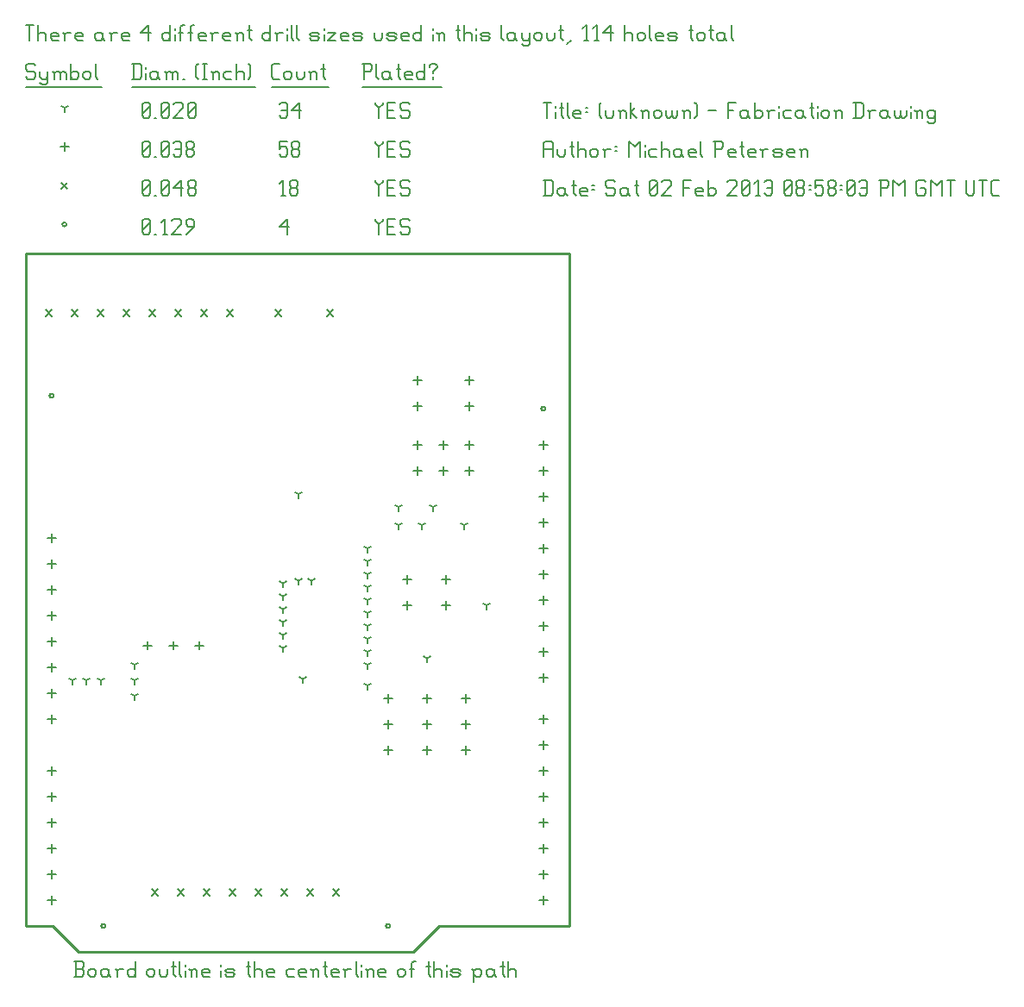
<source format=gbr>
G04 start of page 10 for group -3984 idx -3984 *
G04 Title: (unknown), fab *
G04 Creator: pcb 20110918 *
G04 CreationDate: Sat 02 Feb 2013 08:58:03 PM GMT UTC *
G04 For: petersen *
G04 Format: Gerber/RS-274X *
G04 PCB-Dimensions: 210000 270000 *
G04 PCB-Coordinate-Origin: lower left *
%MOIN*%
%FSLAX25Y25*%
%LNFAB*%
%ADD76C,0.0100*%
%ADD75C,0.0060*%
%ADD74R,0.0080X0.0080*%
G54D74*X139200Y10000D02*G75*G03X140800Y10000I800J0D01*G01*
G75*G03X139200Y10000I-800J0D01*G01*
X199200Y210000D02*G75*G03X200800Y210000I800J0D01*G01*
G75*G03X199200Y210000I-800J0D01*G01*
X9200Y215000D02*G75*G03X10800Y215000I800J0D01*G01*
G75*G03X9200Y215000I-800J0D01*G01*
X29200Y10000D02*G75*G03X30800Y10000I800J0D01*G01*
G75*G03X29200Y10000I-800J0D01*G01*
X14200Y281250D02*G75*G03X15800Y281250I800J0D01*G01*
G75*G03X14200Y281250I-800J0D01*G01*
G54D75*X135000Y283500D02*Y282750D01*
X136500Y281250D01*
X138000Y282750D01*
Y283500D02*Y282750D01*
X136500Y281250D02*Y277500D01*
X139800Y280500D02*X142050D01*
X139800Y277500D02*X142800D01*
X139800Y283500D02*Y277500D01*
Y283500D02*X142800D01*
X147600D02*X148350Y282750D01*
X145350Y283500D02*X147600D01*
X144600Y282750D02*X145350Y283500D01*
X144600Y282750D02*Y281250D01*
X145350Y280500D01*
X147600D01*
X148350Y279750D01*
Y278250D01*
X147600Y277500D02*X148350Y278250D01*
X145350Y277500D02*X147600D01*
X144600Y278250D02*X145350Y277500D01*
X98000Y280500D02*X101000Y283500D01*
X98000Y280500D02*X101750D01*
X101000Y283500D02*Y277500D01*
X45000Y278250D02*X45750Y277500D01*
X45000Y282750D02*Y278250D01*
Y282750D02*X45750Y283500D01*
X47250D01*
X48000Y282750D01*
Y278250D01*
X47250Y277500D02*X48000Y278250D01*
X45750Y277500D02*X47250D01*
X45000Y279000D02*X48000Y282000D01*
X49800Y277500D02*X50550D01*
X53100D02*X54600D01*
X53850Y283500D02*Y277500D01*
X52350Y282000D02*X53850Y283500D01*
X56400Y282750D02*X57150Y283500D01*
X59400D01*
X60150Y282750D01*
Y281250D01*
X56400Y277500D02*X60150Y281250D01*
X56400Y277500D02*X60150D01*
X61950D02*X64950Y280500D01*
Y282750D02*Y280500D01*
X64200Y283500D02*X64950Y282750D01*
X62700Y283500D02*X64200D01*
X61950Y282750D02*X62700Y283500D01*
X61950Y282750D02*Y281250D01*
X62700Y280500D01*
X64950D01*
X48800Y24200D02*X51200Y21800D01*
X48800D02*X51200Y24200D01*
X58800D02*X61200Y21800D01*
X58800D02*X61200Y24200D01*
X68800D02*X71200Y21800D01*
X68800D02*X71200Y24200D01*
X78800D02*X81200Y21800D01*
X78800D02*X81200Y24200D01*
X88800D02*X91200Y21800D01*
X88800D02*X91200Y24200D01*
X98800D02*X101200Y21800D01*
X98800D02*X101200Y24200D01*
X108800D02*X111200Y21800D01*
X108800D02*X111200Y24200D01*
X118800D02*X121200Y21800D01*
X118800D02*X121200Y24200D01*
X77800Y248200D02*X80200Y245800D01*
X77800D02*X80200Y248200D01*
X67800D02*X70200Y245800D01*
X67800D02*X70200Y248200D01*
X57800D02*X60200Y245800D01*
X57800D02*X60200Y248200D01*
X47800D02*X50200Y245800D01*
X47800D02*X50200Y248200D01*
X37800D02*X40200Y245800D01*
X37800D02*X40200Y248200D01*
X27800D02*X30200Y245800D01*
X27800D02*X30200Y248200D01*
X17800D02*X20200Y245800D01*
X17800D02*X20200Y248200D01*
X7800D02*X10200Y245800D01*
X7800D02*X10200Y248200D01*
X116300D02*X118700Y245800D01*
X116300D02*X118700Y248200D01*
X96300D02*X98700Y245800D01*
X96300D02*X98700Y248200D01*
X13800Y297450D02*X16200Y295050D01*
X13800D02*X16200Y297450D01*
X135000Y298500D02*Y297750D01*
X136500Y296250D01*
X138000Y297750D01*
Y298500D02*Y297750D01*
X136500Y296250D02*Y292500D01*
X139800Y295500D02*X142050D01*
X139800Y292500D02*X142800D01*
X139800Y298500D02*Y292500D01*
Y298500D02*X142800D01*
X147600D02*X148350Y297750D01*
X145350Y298500D02*X147600D01*
X144600Y297750D02*X145350Y298500D01*
X144600Y297750D02*Y296250D01*
X145350Y295500D01*
X147600D01*
X148350Y294750D01*
Y293250D01*
X147600Y292500D02*X148350Y293250D01*
X145350Y292500D02*X147600D01*
X144600Y293250D02*X145350Y292500D01*
X98750D02*X100250D01*
X99500Y298500D02*Y292500D01*
X98000Y297000D02*X99500Y298500D01*
X102050Y293250D02*X102800Y292500D01*
X102050Y294750D02*Y293250D01*
Y294750D02*X102800Y295500D01*
X104300D01*
X105050Y294750D01*
Y293250D01*
X104300Y292500D02*X105050Y293250D01*
X102800Y292500D02*X104300D01*
X102050Y296250D02*X102800Y295500D01*
X102050Y297750D02*Y296250D01*
Y297750D02*X102800Y298500D01*
X104300D01*
X105050Y297750D01*
Y296250D01*
X104300Y295500D02*X105050Y296250D01*
X45000Y293250D02*X45750Y292500D01*
X45000Y297750D02*Y293250D01*
Y297750D02*X45750Y298500D01*
X47250D01*
X48000Y297750D01*
Y293250D01*
X47250Y292500D02*X48000Y293250D01*
X45750Y292500D02*X47250D01*
X45000Y294000D02*X48000Y297000D01*
X49800Y292500D02*X50550D01*
X52350Y293250D02*X53100Y292500D01*
X52350Y297750D02*Y293250D01*
Y297750D02*X53100Y298500D01*
X54600D01*
X55350Y297750D01*
Y293250D01*
X54600Y292500D02*X55350Y293250D01*
X53100Y292500D02*X54600D01*
X52350Y294000D02*X55350Y297000D01*
X57150Y295500D02*X60150Y298500D01*
X57150Y295500D02*X60900D01*
X60150Y298500D02*Y292500D01*
X62700Y293250D02*X63450Y292500D01*
X62700Y294750D02*Y293250D01*
Y294750D02*X63450Y295500D01*
X64950D01*
X65700Y294750D01*
Y293250D01*
X64950Y292500D02*X65700Y293250D01*
X63450Y292500D02*X64950D01*
X62700Y296250D02*X63450Y295500D01*
X62700Y297750D02*Y296250D01*
Y297750D02*X63450Y298500D01*
X64950D01*
X65700Y297750D01*
Y296250D01*
X64950Y295500D02*X65700Y296250D01*
X10000Y161600D02*Y158400D01*
X8400Y160000D02*X11600D01*
X10000Y151600D02*Y148400D01*
X8400Y150000D02*X11600D01*
X10000Y141600D02*Y138400D01*
X8400Y140000D02*X11600D01*
X10000Y131600D02*Y128400D01*
X8400Y130000D02*X11600D01*
X10000Y121600D02*Y118400D01*
X8400Y120000D02*X11600D01*
X10000Y111600D02*Y108400D01*
X8400Y110000D02*X11600D01*
X10000Y101600D02*Y98400D01*
X8400Y100000D02*X11600D01*
X10000Y91600D02*Y88400D01*
X8400Y90000D02*X11600D01*
X10000Y71600D02*Y68400D01*
X8400Y70000D02*X11600D01*
X10000Y61600D02*Y58400D01*
X8400Y60000D02*X11600D01*
X10000Y51600D02*Y48400D01*
X8400Y50000D02*X11600D01*
X10000Y41600D02*Y38400D01*
X8400Y40000D02*X11600D01*
X10000Y31600D02*Y28400D01*
X8400Y30000D02*X11600D01*
X10000Y21600D02*Y18400D01*
X8400Y20000D02*X11600D01*
X200000Y21600D02*Y18400D01*
X198400Y20000D02*X201600D01*
X200000Y31600D02*Y28400D01*
X198400Y30000D02*X201600D01*
X200000Y41600D02*Y38400D01*
X198400Y40000D02*X201600D01*
X200000Y51600D02*Y48400D01*
X198400Y50000D02*X201600D01*
X200000Y61600D02*Y58400D01*
X198400Y60000D02*X201600D01*
X200000Y71600D02*Y68400D01*
X198400Y70000D02*X201600D01*
X200000Y81600D02*Y78400D01*
X198400Y80000D02*X201600D01*
X200000Y91600D02*Y88400D01*
X198400Y90000D02*X201600D01*
X200000Y107600D02*Y104400D01*
X198400Y106000D02*X201600D01*
X200000Y117600D02*Y114400D01*
X198400Y116000D02*X201600D01*
X200000Y127600D02*Y124400D01*
X198400Y126000D02*X201600D01*
X200000Y137600D02*Y134400D01*
X198400Y136000D02*X201600D01*
X200000Y147600D02*Y144400D01*
X198400Y146000D02*X201600D01*
X200000Y157600D02*Y154400D01*
X198400Y156000D02*X201600D01*
X200000Y167600D02*Y164400D01*
X198400Y166000D02*X201600D01*
X200000Y177600D02*Y174400D01*
X198400Y176000D02*X201600D01*
X200000Y187600D02*Y184400D01*
X198400Y186000D02*X201600D01*
X200000Y197600D02*Y194400D01*
X198400Y196000D02*X201600D01*
X47000Y120100D02*Y116900D01*
X45400Y118500D02*X48600D01*
X57000Y120100D02*Y116900D01*
X55400Y118500D02*X58600D01*
X67000Y120100D02*Y116900D01*
X65400Y118500D02*X68600D01*
X151500Y187600D02*Y184400D01*
X149900Y186000D02*X153100D01*
X161500Y187600D02*Y184400D01*
X159900Y186000D02*X163100D01*
X171500Y187600D02*Y184400D01*
X169900Y186000D02*X173100D01*
X151500Y197600D02*Y194400D01*
X149900Y196000D02*X153100D01*
X161500Y197600D02*Y194400D01*
X159900Y196000D02*X163100D01*
X171500Y197600D02*Y194400D01*
X169900Y196000D02*X173100D01*
X171500Y222600D02*Y219400D01*
X169900Y221000D02*X173100D01*
X171500Y212600D02*Y209400D01*
X169900Y211000D02*X173100D01*
X151500Y222600D02*Y219400D01*
X149900Y221000D02*X153100D01*
X151500Y212600D02*Y209400D01*
X149900Y211000D02*X153100D01*
X162500Y145600D02*Y142400D01*
X160900Y144000D02*X164100D01*
X162500Y135600D02*Y132400D01*
X160900Y134000D02*X164100D01*
X147500Y145600D02*Y142400D01*
X145900Y144000D02*X149100D01*
X147500Y135600D02*Y132400D01*
X145900Y134000D02*X149100D01*
X140000Y99600D02*Y96400D01*
X138400Y98000D02*X141600D01*
X140000Y89600D02*Y86400D01*
X138400Y88000D02*X141600D01*
X140000Y79600D02*Y76400D01*
X138400Y78000D02*X141600D01*
X155000Y99600D02*Y96400D01*
X153400Y98000D02*X156600D01*
X155000Y89600D02*Y86400D01*
X153400Y88000D02*X156600D01*
X155000Y79600D02*Y76400D01*
X153400Y78000D02*X156600D01*
X170000Y99600D02*Y96400D01*
X168400Y98000D02*X171600D01*
X170000Y89600D02*Y86400D01*
X168400Y88000D02*X171600D01*
X170000Y79600D02*Y76400D01*
X168400Y78000D02*X171600D01*
X15000Y312850D02*Y309650D01*
X13400Y311250D02*X16600D01*
X135000Y313500D02*Y312750D01*
X136500Y311250D01*
X138000Y312750D01*
Y313500D02*Y312750D01*
X136500Y311250D02*Y307500D01*
X139800Y310500D02*X142050D01*
X139800Y307500D02*X142800D01*
X139800Y313500D02*Y307500D01*
Y313500D02*X142800D01*
X147600D02*X148350Y312750D01*
X145350Y313500D02*X147600D01*
X144600Y312750D02*X145350Y313500D01*
X144600Y312750D02*Y311250D01*
X145350Y310500D01*
X147600D01*
X148350Y309750D01*
Y308250D01*
X147600Y307500D02*X148350Y308250D01*
X145350Y307500D02*X147600D01*
X144600Y308250D02*X145350Y307500D01*
X98000Y313500D02*X101000D01*
X98000D02*Y310500D01*
X98750Y311250D01*
X100250D01*
X101000Y310500D01*
Y308250D01*
X100250Y307500D02*X101000Y308250D01*
X98750Y307500D02*X100250D01*
X98000Y308250D02*X98750Y307500D01*
X102800Y308250D02*X103550Y307500D01*
X102800Y309750D02*Y308250D01*
Y309750D02*X103550Y310500D01*
X105050D01*
X105800Y309750D01*
Y308250D01*
X105050Y307500D02*X105800Y308250D01*
X103550Y307500D02*X105050D01*
X102800Y311250D02*X103550Y310500D01*
X102800Y312750D02*Y311250D01*
Y312750D02*X103550Y313500D01*
X105050D01*
X105800Y312750D01*
Y311250D01*
X105050Y310500D02*X105800Y311250D01*
X45000Y308250D02*X45750Y307500D01*
X45000Y312750D02*Y308250D01*
Y312750D02*X45750Y313500D01*
X47250D01*
X48000Y312750D01*
Y308250D01*
X47250Y307500D02*X48000Y308250D01*
X45750Y307500D02*X47250D01*
X45000Y309000D02*X48000Y312000D01*
X49800Y307500D02*X50550D01*
X52350Y308250D02*X53100Y307500D01*
X52350Y312750D02*Y308250D01*
Y312750D02*X53100Y313500D01*
X54600D01*
X55350Y312750D01*
Y308250D01*
X54600Y307500D02*X55350Y308250D01*
X53100Y307500D02*X54600D01*
X52350Y309000D02*X55350Y312000D01*
X57150Y312750D02*X57900Y313500D01*
X59400D01*
X60150Y312750D01*
Y308250D01*
X59400Y307500D02*X60150Y308250D01*
X57900Y307500D02*X59400D01*
X57150Y308250D02*X57900Y307500D01*
Y310500D02*X60150D01*
X61950Y308250D02*X62700Y307500D01*
X61950Y309750D02*Y308250D01*
Y309750D02*X62700Y310500D01*
X64200D01*
X64950Y309750D01*
Y308250D01*
X64200Y307500D02*X64950Y308250D01*
X62700Y307500D02*X64200D01*
X61950Y311250D02*X62700Y310500D01*
X61950Y312750D02*Y311250D01*
Y312750D02*X62700Y313500D01*
X64200D01*
X64950Y312750D01*
Y311250D01*
X64200Y310500D02*X64950Y311250D01*
X169500Y165000D02*Y163400D01*
Y165000D02*X170887Y165800D01*
X169500Y165000D02*X168113Y165800D01*
X153000Y165000D02*Y163400D01*
Y165000D02*X154387Y165800D01*
X153000Y165000D02*X151613Y165800D01*
X178000Y134000D02*Y132400D01*
Y134000D02*X179387Y134800D01*
X178000Y134000D02*X176613Y134800D01*
X132000Y103000D02*Y101400D01*
Y103000D02*X133387Y103800D01*
X132000Y103000D02*X130613Y103800D01*
X132000Y111000D02*Y109400D01*
Y111000D02*X133387Y111800D01*
X132000Y111000D02*X130613Y111800D01*
X132000Y116000D02*Y114400D01*
Y116000D02*X133387Y116800D01*
X132000Y116000D02*X130613Y116800D01*
X132000Y126000D02*Y124400D01*
Y126000D02*X133387Y126800D01*
X132000Y126000D02*X130613Y126800D01*
X132000Y131000D02*Y129400D01*
Y131000D02*X133387Y131800D01*
X132000Y131000D02*X130613Y131800D01*
X132000Y136000D02*Y134400D01*
Y136000D02*X133387Y136800D01*
X132000Y136000D02*X130613Y136800D01*
X132000Y141000D02*Y139400D01*
Y141000D02*X133387Y141800D01*
X132000Y141000D02*X130613Y141800D01*
X132000Y146000D02*Y144400D01*
Y146000D02*X133387Y146800D01*
X132000Y146000D02*X130613Y146800D01*
X132000Y151000D02*Y149400D01*
Y151000D02*X133387Y151800D01*
X132000Y151000D02*X130613Y151800D01*
X132000Y156000D02*Y154400D01*
Y156000D02*X133387Y156800D01*
X132000Y156000D02*X130613Y156800D01*
X105500Y143500D02*Y141900D01*
Y143500D02*X106887Y144300D01*
X105500Y143500D02*X104113Y144300D01*
X110500Y143500D02*Y141900D01*
Y143500D02*X111887Y144300D01*
X110500Y143500D02*X109113Y144300D01*
X107000Y105500D02*Y103900D01*
Y105500D02*X108387Y106300D01*
X107000Y105500D02*X105613Y106300D01*
X99500Y142500D02*Y140900D01*
Y142500D02*X100887Y143300D01*
X99500Y142500D02*X98113Y143300D01*
X99500Y137500D02*Y135900D01*
Y137500D02*X100887Y138300D01*
X99500Y137500D02*X98113Y138300D01*
X99500Y132500D02*Y130900D01*
Y132500D02*X100887Y133300D01*
X99500Y132500D02*X98113Y133300D01*
X99500Y127500D02*Y125900D01*
Y127500D02*X100887Y128300D01*
X99500Y127500D02*X98113Y128300D01*
X99500Y122500D02*Y120900D01*
Y122500D02*X100887Y123300D01*
X99500Y122500D02*X98113Y123300D01*
X99500Y117500D02*Y115900D01*
Y117500D02*X100887Y118300D01*
X99500Y117500D02*X98113Y118300D01*
X132000Y121000D02*Y119400D01*
Y121000D02*X133387Y121800D01*
X132000Y121000D02*X130613Y121800D01*
X157500Y172000D02*Y170400D01*
Y172000D02*X158887Y172800D01*
X157500Y172000D02*X156113Y172800D01*
X144000Y172000D02*Y170400D01*
Y172000D02*X145387Y172800D01*
X144000Y172000D02*X142613Y172800D01*
X144000Y165000D02*Y163400D01*
Y165000D02*X145387Y165800D01*
X144000Y165000D02*X142613Y165800D01*
X105500Y177000D02*Y175400D01*
Y177000D02*X106887Y177800D01*
X105500Y177000D02*X104113Y177800D01*
X155000Y113500D02*Y111900D01*
Y113500D02*X156387Y114300D01*
X155000Y113500D02*X153613Y114300D01*
X42000Y111000D02*Y109400D01*
Y111000D02*X43387Y111800D01*
X42000Y111000D02*X40613Y111800D01*
X42000Y105000D02*Y103400D01*
Y105000D02*X43387Y105800D01*
X42000Y105000D02*X40613Y105800D01*
X42000Y99000D02*Y97400D01*
Y99000D02*X43387Y99800D01*
X42000Y99000D02*X40613Y99800D01*
X18000Y105000D02*Y103400D01*
Y105000D02*X19387Y105800D01*
X18000Y105000D02*X16613Y105800D01*
X23500Y105000D02*Y103400D01*
Y105000D02*X24887Y105800D01*
X23500Y105000D02*X22113Y105800D01*
X29000Y105000D02*Y103400D01*
Y105000D02*X30387Y105800D01*
X29000Y105000D02*X27613Y105800D01*
X15000Y326250D02*Y324650D01*
Y326250D02*X16387Y327050D01*
X15000Y326250D02*X13613Y327050D01*
X135000Y328500D02*Y327750D01*
X136500Y326250D01*
X138000Y327750D01*
Y328500D02*Y327750D01*
X136500Y326250D02*Y322500D01*
X139800Y325500D02*X142050D01*
X139800Y322500D02*X142800D01*
X139800Y328500D02*Y322500D01*
Y328500D02*X142800D01*
X147600D02*X148350Y327750D01*
X145350Y328500D02*X147600D01*
X144600Y327750D02*X145350Y328500D01*
X144600Y327750D02*Y326250D01*
X145350Y325500D01*
X147600D01*
X148350Y324750D01*
Y323250D01*
X147600Y322500D02*X148350Y323250D01*
X145350Y322500D02*X147600D01*
X144600Y323250D02*X145350Y322500D01*
X98000Y327750D02*X98750Y328500D01*
X100250D01*
X101000Y327750D01*
Y323250D01*
X100250Y322500D02*X101000Y323250D01*
X98750Y322500D02*X100250D01*
X98000Y323250D02*X98750Y322500D01*
Y325500D02*X101000D01*
X102800D02*X105800Y328500D01*
X102800Y325500D02*X106550D01*
X105800Y328500D02*Y322500D01*
X45000Y323250D02*X45750Y322500D01*
X45000Y327750D02*Y323250D01*
Y327750D02*X45750Y328500D01*
X47250D01*
X48000Y327750D01*
Y323250D01*
X47250Y322500D02*X48000Y323250D01*
X45750Y322500D02*X47250D01*
X45000Y324000D02*X48000Y327000D01*
X49800Y322500D02*X50550D01*
X52350Y323250D02*X53100Y322500D01*
X52350Y327750D02*Y323250D01*
Y327750D02*X53100Y328500D01*
X54600D01*
X55350Y327750D01*
Y323250D01*
X54600Y322500D02*X55350Y323250D01*
X53100Y322500D02*X54600D01*
X52350Y324000D02*X55350Y327000D01*
X57150Y327750D02*X57900Y328500D01*
X60150D01*
X60900Y327750D01*
Y326250D01*
X57150Y322500D02*X60900Y326250D01*
X57150Y322500D02*X60900D01*
X62700Y323250D02*X63450Y322500D01*
X62700Y327750D02*Y323250D01*
Y327750D02*X63450Y328500D01*
X64950D01*
X65700Y327750D01*
Y323250D01*
X64950Y322500D02*X65700Y323250D01*
X63450Y322500D02*X64950D01*
X62700Y324000D02*X65700Y327000D01*
X3000Y343500D02*X3750Y342750D01*
X750Y343500D02*X3000D01*
X0Y342750D02*X750Y343500D01*
X0Y342750D02*Y341250D01*
X750Y340500D01*
X3000D01*
X3750Y339750D01*
Y338250D01*
X3000Y337500D02*X3750Y338250D01*
X750Y337500D02*X3000D01*
X0Y338250D02*X750Y337500D01*
X5550Y340500D02*Y338250D01*
X6300Y337500D01*
X8550Y340500D02*Y336000D01*
X7800Y335250D02*X8550Y336000D01*
X6300Y335250D02*X7800D01*
X5550Y336000D02*X6300Y335250D01*
Y337500D02*X7800D01*
X8550Y338250D01*
X11100Y339750D02*Y337500D01*
Y339750D02*X11850Y340500D01*
X12600D01*
X13350Y339750D01*
Y337500D01*
Y339750D02*X14100Y340500D01*
X14850D01*
X15600Y339750D01*
Y337500D01*
X10350Y340500D02*X11100Y339750D01*
X17400Y343500D02*Y337500D01*
Y338250D02*X18150Y337500D01*
X19650D01*
X20400Y338250D01*
Y339750D02*Y338250D01*
X19650Y340500D02*X20400Y339750D01*
X18150Y340500D02*X19650D01*
X17400Y339750D02*X18150Y340500D01*
X22200Y339750D02*Y338250D01*
Y339750D02*X22950Y340500D01*
X24450D01*
X25200Y339750D01*
Y338250D01*
X24450Y337500D02*X25200Y338250D01*
X22950Y337500D02*X24450D01*
X22200Y338250D02*X22950Y337500D01*
X27000Y343500D02*Y338250D01*
X27750Y337500D01*
X0Y334250D02*X29250D01*
X41750Y343500D02*Y337500D01*
X44000Y343500D02*X44750Y342750D01*
Y338250D01*
X44000Y337500D02*X44750Y338250D01*
X41000Y337500D02*X44000D01*
X41000Y343500D02*X44000D01*
X46550Y342000D02*Y341250D01*
Y339750D02*Y337500D01*
X50300Y340500D02*X51050Y339750D01*
X48800Y340500D02*X50300D01*
X48050Y339750D02*X48800Y340500D01*
X48050Y339750D02*Y338250D01*
X48800Y337500D01*
X51050Y340500D02*Y338250D01*
X51800Y337500D01*
X48800D02*X50300D01*
X51050Y338250D01*
X54350Y339750D02*Y337500D01*
Y339750D02*X55100Y340500D01*
X55850D01*
X56600Y339750D01*
Y337500D01*
Y339750D02*X57350Y340500D01*
X58100D01*
X58850Y339750D01*
Y337500D01*
X53600Y340500D02*X54350Y339750D01*
X60650Y337500D02*X61400D01*
X65900Y338250D02*X66650Y337500D01*
X65900Y342750D02*X66650Y343500D01*
X65900Y342750D02*Y338250D01*
X68450Y343500D02*X69950D01*
X69200D02*Y337500D01*
X68450D02*X69950D01*
X72500Y339750D02*Y337500D01*
Y339750D02*X73250Y340500D01*
X74000D01*
X74750Y339750D01*
Y337500D01*
X71750Y340500D02*X72500Y339750D01*
X77300Y340500D02*X79550D01*
X76550Y339750D02*X77300Y340500D01*
X76550Y339750D02*Y338250D01*
X77300Y337500D01*
X79550D01*
X81350Y343500D02*Y337500D01*
Y339750D02*X82100Y340500D01*
X83600D01*
X84350Y339750D01*
Y337500D01*
X86150Y343500D02*X86900Y342750D01*
Y338250D01*
X86150Y337500D02*X86900Y338250D01*
X41000Y334250D02*X88700D01*
X95750Y337500D02*X98000D01*
X95000Y338250D02*X95750Y337500D01*
X95000Y342750D02*Y338250D01*
Y342750D02*X95750Y343500D01*
X98000D01*
X99800Y339750D02*Y338250D01*
Y339750D02*X100550Y340500D01*
X102050D01*
X102800Y339750D01*
Y338250D01*
X102050Y337500D02*X102800Y338250D01*
X100550Y337500D02*X102050D01*
X99800Y338250D02*X100550Y337500D01*
X104600Y340500D02*Y338250D01*
X105350Y337500D01*
X106850D01*
X107600Y338250D01*
Y340500D02*Y338250D01*
X110150Y339750D02*Y337500D01*
Y339750D02*X110900Y340500D01*
X111650D01*
X112400Y339750D01*
Y337500D01*
X109400Y340500D02*X110150Y339750D01*
X114950Y343500D02*Y338250D01*
X115700Y337500D01*
X114200Y341250D02*X115700D01*
X95000Y334250D02*X117200D01*
X130750Y343500D02*Y337500D01*
X130000Y343500D02*X133000D01*
X133750Y342750D01*
Y341250D01*
X133000Y340500D02*X133750Y341250D01*
X130750Y340500D02*X133000D01*
X135550Y343500D02*Y338250D01*
X136300Y337500D01*
X140050Y340500D02*X140800Y339750D01*
X138550Y340500D02*X140050D01*
X137800Y339750D02*X138550Y340500D01*
X137800Y339750D02*Y338250D01*
X138550Y337500D01*
X140800Y340500D02*Y338250D01*
X141550Y337500D01*
X138550D02*X140050D01*
X140800Y338250D01*
X144100Y343500D02*Y338250D01*
X144850Y337500D01*
X143350Y341250D02*X144850D01*
X147100Y337500D02*X149350D01*
X146350Y338250D02*X147100Y337500D01*
X146350Y339750D02*Y338250D01*
Y339750D02*X147100Y340500D01*
X148600D01*
X149350Y339750D01*
X146350Y339000D02*X149350D01*
Y339750D02*Y339000D01*
X154150Y343500D02*Y337500D01*
X153400D02*X154150Y338250D01*
X151900Y337500D02*X153400D01*
X151150Y338250D02*X151900Y337500D01*
X151150Y339750D02*Y338250D01*
Y339750D02*X151900Y340500D01*
X153400D01*
X154150Y339750D01*
X157450Y340500D02*Y339750D01*
Y338250D02*Y337500D01*
X155950Y342750D02*Y342000D01*
Y342750D02*X156700Y343500D01*
X158200D01*
X158950Y342750D01*
Y342000D01*
X157450Y340500D02*X158950Y342000D01*
X130000Y334250D02*X160750D01*
X0Y358500D02*X3000D01*
X1500D02*Y352500D01*
X4800Y358500D02*Y352500D01*
Y354750D02*X5550Y355500D01*
X7050D01*
X7800Y354750D01*
Y352500D01*
X10350D02*X12600D01*
X9600Y353250D02*X10350Y352500D01*
X9600Y354750D02*Y353250D01*
Y354750D02*X10350Y355500D01*
X11850D01*
X12600Y354750D01*
X9600Y354000D02*X12600D01*
Y354750D02*Y354000D01*
X15150Y354750D02*Y352500D01*
Y354750D02*X15900Y355500D01*
X17400D01*
X14400D02*X15150Y354750D01*
X19950Y352500D02*X22200D01*
X19200Y353250D02*X19950Y352500D01*
X19200Y354750D02*Y353250D01*
Y354750D02*X19950Y355500D01*
X21450D01*
X22200Y354750D01*
X19200Y354000D02*X22200D01*
Y354750D02*Y354000D01*
X28950Y355500D02*X29700Y354750D01*
X27450Y355500D02*X28950D01*
X26700Y354750D02*X27450Y355500D01*
X26700Y354750D02*Y353250D01*
X27450Y352500D01*
X29700Y355500D02*Y353250D01*
X30450Y352500D01*
X27450D02*X28950D01*
X29700Y353250D01*
X33000Y354750D02*Y352500D01*
Y354750D02*X33750Y355500D01*
X35250D01*
X32250D02*X33000Y354750D01*
X37800Y352500D02*X40050D01*
X37050Y353250D02*X37800Y352500D01*
X37050Y354750D02*Y353250D01*
Y354750D02*X37800Y355500D01*
X39300D01*
X40050Y354750D01*
X37050Y354000D02*X40050D01*
Y354750D02*Y354000D01*
X44550Y355500D02*X47550Y358500D01*
X44550Y355500D02*X48300D01*
X47550Y358500D02*Y352500D01*
X55800Y358500D02*Y352500D01*
X55050D02*X55800Y353250D01*
X53550Y352500D02*X55050D01*
X52800Y353250D02*X53550Y352500D01*
X52800Y354750D02*Y353250D01*
Y354750D02*X53550Y355500D01*
X55050D01*
X55800Y354750D01*
X57600Y357000D02*Y356250D01*
Y354750D02*Y352500D01*
X59850Y357750D02*Y352500D01*
Y357750D02*X60600Y358500D01*
X61350D01*
X59100Y355500D02*X60600D01*
X63600Y357750D02*Y352500D01*
Y357750D02*X64350Y358500D01*
X65100D01*
X62850Y355500D02*X64350D01*
X67350Y352500D02*X69600D01*
X66600Y353250D02*X67350Y352500D01*
X66600Y354750D02*Y353250D01*
Y354750D02*X67350Y355500D01*
X68850D01*
X69600Y354750D01*
X66600Y354000D02*X69600D01*
Y354750D02*Y354000D01*
X72150Y354750D02*Y352500D01*
Y354750D02*X72900Y355500D01*
X74400D01*
X71400D02*X72150Y354750D01*
X76950Y352500D02*X79200D01*
X76200Y353250D02*X76950Y352500D01*
X76200Y354750D02*Y353250D01*
Y354750D02*X76950Y355500D01*
X78450D01*
X79200Y354750D01*
X76200Y354000D02*X79200D01*
Y354750D02*Y354000D01*
X81750Y354750D02*Y352500D01*
Y354750D02*X82500Y355500D01*
X83250D01*
X84000Y354750D01*
Y352500D01*
X81000Y355500D02*X81750Y354750D01*
X86550Y358500D02*Y353250D01*
X87300Y352500D01*
X85800Y356250D02*X87300D01*
X94500Y358500D02*Y352500D01*
X93750D02*X94500Y353250D01*
X92250Y352500D02*X93750D01*
X91500Y353250D02*X92250Y352500D01*
X91500Y354750D02*Y353250D01*
Y354750D02*X92250Y355500D01*
X93750D01*
X94500Y354750D01*
X97050D02*Y352500D01*
Y354750D02*X97800Y355500D01*
X99300D01*
X96300D02*X97050Y354750D01*
X101100Y357000D02*Y356250D01*
Y354750D02*Y352500D01*
X102600Y358500D02*Y353250D01*
X103350Y352500D01*
X104850Y358500D02*Y353250D01*
X105600Y352500D01*
X110550D02*X112800D01*
X113550Y353250D01*
X112800Y354000D02*X113550Y353250D01*
X110550Y354000D02*X112800D01*
X109800Y354750D02*X110550Y354000D01*
X109800Y354750D02*X110550Y355500D01*
X112800D01*
X113550Y354750D01*
X109800Y353250D02*X110550Y352500D01*
X115350Y357000D02*Y356250D01*
Y354750D02*Y352500D01*
X116850Y355500D02*X119850D01*
X116850Y352500D02*X119850Y355500D01*
X116850Y352500D02*X119850D01*
X122400D02*X124650D01*
X121650Y353250D02*X122400Y352500D01*
X121650Y354750D02*Y353250D01*
Y354750D02*X122400Y355500D01*
X123900D01*
X124650Y354750D01*
X121650Y354000D02*X124650D01*
Y354750D02*Y354000D01*
X127200Y352500D02*X129450D01*
X130200Y353250D01*
X129450Y354000D02*X130200Y353250D01*
X127200Y354000D02*X129450D01*
X126450Y354750D02*X127200Y354000D01*
X126450Y354750D02*X127200Y355500D01*
X129450D01*
X130200Y354750D01*
X126450Y353250D02*X127200Y352500D01*
X134700Y355500D02*Y353250D01*
X135450Y352500D01*
X136950D01*
X137700Y353250D01*
Y355500D02*Y353250D01*
X140250Y352500D02*X142500D01*
X143250Y353250D01*
X142500Y354000D02*X143250Y353250D01*
X140250Y354000D02*X142500D01*
X139500Y354750D02*X140250Y354000D01*
X139500Y354750D02*X140250Y355500D01*
X142500D01*
X143250Y354750D01*
X139500Y353250D02*X140250Y352500D01*
X145800D02*X148050D01*
X145050Y353250D02*X145800Y352500D01*
X145050Y354750D02*Y353250D01*
Y354750D02*X145800Y355500D01*
X147300D01*
X148050Y354750D01*
X145050Y354000D02*X148050D01*
Y354750D02*Y354000D01*
X152850Y358500D02*Y352500D01*
X152100D02*X152850Y353250D01*
X150600Y352500D02*X152100D01*
X149850Y353250D02*X150600Y352500D01*
X149850Y354750D02*Y353250D01*
Y354750D02*X150600Y355500D01*
X152100D01*
X152850Y354750D01*
X157350Y357000D02*Y356250D01*
Y354750D02*Y352500D01*
X159600Y354750D02*Y352500D01*
Y354750D02*X160350Y355500D01*
X161100D01*
X161850Y354750D01*
Y352500D01*
X158850Y355500D02*X159600Y354750D01*
X167100Y358500D02*Y353250D01*
X167850Y352500D01*
X166350Y356250D02*X167850D01*
X169350Y358500D02*Y352500D01*
Y354750D02*X170100Y355500D01*
X171600D01*
X172350Y354750D01*
Y352500D01*
X174150Y357000D02*Y356250D01*
Y354750D02*Y352500D01*
X176400D02*X178650D01*
X179400Y353250D01*
X178650Y354000D02*X179400Y353250D01*
X176400Y354000D02*X178650D01*
X175650Y354750D02*X176400Y354000D01*
X175650Y354750D02*X176400Y355500D01*
X178650D01*
X179400Y354750D01*
X175650Y353250D02*X176400Y352500D01*
X183900Y358500D02*Y353250D01*
X184650Y352500D01*
X188400Y355500D02*X189150Y354750D01*
X186900Y355500D02*X188400D01*
X186150Y354750D02*X186900Y355500D01*
X186150Y354750D02*Y353250D01*
X186900Y352500D01*
X189150Y355500D02*Y353250D01*
X189900Y352500D01*
X186900D02*X188400D01*
X189150Y353250D01*
X191700Y355500D02*Y353250D01*
X192450Y352500D01*
X194700Y355500D02*Y351000D01*
X193950Y350250D02*X194700Y351000D01*
X192450Y350250D02*X193950D01*
X191700Y351000D02*X192450Y350250D01*
Y352500D02*X193950D01*
X194700Y353250D01*
X196500Y354750D02*Y353250D01*
Y354750D02*X197250Y355500D01*
X198750D01*
X199500Y354750D01*
Y353250D01*
X198750Y352500D02*X199500Y353250D01*
X197250Y352500D02*X198750D01*
X196500Y353250D02*X197250Y352500D01*
X201300Y355500D02*Y353250D01*
X202050Y352500D01*
X203550D01*
X204300Y353250D01*
Y355500D02*Y353250D01*
X206850Y358500D02*Y353250D01*
X207600Y352500D01*
X206100Y356250D02*X207600D01*
X209100Y351000D02*X210600Y352500D01*
X215850D02*X217350D01*
X216600Y358500D02*Y352500D01*
X215100Y357000D02*X216600Y358500D01*
X219900Y352500D02*X221400D01*
X220650Y358500D02*Y352500D01*
X219150Y357000D02*X220650Y358500D01*
X223200Y355500D02*X226200Y358500D01*
X223200Y355500D02*X226950D01*
X226200Y358500D02*Y352500D01*
X231450Y358500D02*Y352500D01*
Y354750D02*X232200Y355500D01*
X233700D01*
X234450Y354750D01*
Y352500D01*
X236250Y354750D02*Y353250D01*
Y354750D02*X237000Y355500D01*
X238500D01*
X239250Y354750D01*
Y353250D01*
X238500Y352500D02*X239250Y353250D01*
X237000Y352500D02*X238500D01*
X236250Y353250D02*X237000Y352500D01*
X241050Y358500D02*Y353250D01*
X241800Y352500D01*
X244050D02*X246300D01*
X243300Y353250D02*X244050Y352500D01*
X243300Y354750D02*Y353250D01*
Y354750D02*X244050Y355500D01*
X245550D01*
X246300Y354750D01*
X243300Y354000D02*X246300D01*
Y354750D02*Y354000D01*
X248850Y352500D02*X251100D01*
X251850Y353250D01*
X251100Y354000D02*X251850Y353250D01*
X248850Y354000D02*X251100D01*
X248100Y354750D02*X248850Y354000D01*
X248100Y354750D02*X248850Y355500D01*
X251100D01*
X251850Y354750D01*
X248100Y353250D02*X248850Y352500D01*
X257100Y358500D02*Y353250D01*
X257850Y352500D01*
X256350Y356250D02*X257850D01*
X259350Y354750D02*Y353250D01*
Y354750D02*X260100Y355500D01*
X261600D01*
X262350Y354750D01*
Y353250D01*
X261600Y352500D02*X262350Y353250D01*
X260100Y352500D02*X261600D01*
X259350Y353250D02*X260100Y352500D01*
X264900Y358500D02*Y353250D01*
X265650Y352500D01*
X264150Y356250D02*X265650D01*
X269400Y355500D02*X270150Y354750D01*
X267900Y355500D02*X269400D01*
X267150Y354750D02*X267900Y355500D01*
X267150Y354750D02*Y353250D01*
X267900Y352500D01*
X270150Y355500D02*Y353250D01*
X270900Y352500D01*
X267900D02*X269400D01*
X270150Y353250D01*
X272700Y358500D02*Y353250D01*
X273450Y352500D01*
G54D76*X0Y270000D02*Y10000D01*
X210000D02*Y270000D01*
X0D01*
Y10000D02*X10300D01*
X20300Y0D01*
X149700D01*
X159700Y10000D01*
X210000D01*
G54D75*X18675Y-9500D02*X21675D01*
X22425Y-8750D01*
Y-7250D02*Y-8750D01*
X21675Y-6500D02*X22425Y-7250D01*
X19425Y-6500D02*X21675D01*
X19425Y-3500D02*Y-9500D01*
X18675Y-3500D02*X21675D01*
X22425Y-4250D01*
Y-5750D01*
X21675Y-6500D02*X22425Y-5750D01*
X24225Y-7250D02*Y-8750D01*
Y-7250D02*X24975Y-6500D01*
X26475D01*
X27225Y-7250D01*
Y-8750D01*
X26475Y-9500D02*X27225Y-8750D01*
X24975Y-9500D02*X26475D01*
X24225Y-8750D02*X24975Y-9500D01*
X31275Y-6500D02*X32025Y-7250D01*
X29775Y-6500D02*X31275D01*
X29025Y-7250D02*X29775Y-6500D01*
X29025Y-7250D02*Y-8750D01*
X29775Y-9500D01*
X32025Y-6500D02*Y-8750D01*
X32775Y-9500D01*
X29775D02*X31275D01*
X32025Y-8750D01*
X35325Y-7250D02*Y-9500D01*
Y-7250D02*X36075Y-6500D01*
X37575D01*
X34575D02*X35325Y-7250D01*
X42375Y-3500D02*Y-9500D01*
X41625D02*X42375Y-8750D01*
X40125Y-9500D02*X41625D01*
X39375Y-8750D02*X40125Y-9500D01*
X39375Y-7250D02*Y-8750D01*
Y-7250D02*X40125Y-6500D01*
X41625D01*
X42375Y-7250D01*
X46875D02*Y-8750D01*
Y-7250D02*X47625Y-6500D01*
X49125D01*
X49875Y-7250D01*
Y-8750D01*
X49125Y-9500D02*X49875Y-8750D01*
X47625Y-9500D02*X49125D01*
X46875Y-8750D02*X47625Y-9500D01*
X51675Y-6500D02*Y-8750D01*
X52425Y-9500D01*
X53925D01*
X54675Y-8750D01*
Y-6500D02*Y-8750D01*
X57225Y-3500D02*Y-8750D01*
X57975Y-9500D01*
X56475Y-5750D02*X57975D01*
X59475Y-3500D02*Y-8750D01*
X60225Y-9500D01*
X61725Y-5000D02*Y-5750D01*
Y-7250D02*Y-9500D01*
X63975Y-7250D02*Y-9500D01*
Y-7250D02*X64725Y-6500D01*
X65475D01*
X66225Y-7250D01*
Y-9500D01*
X63225Y-6500D02*X63975Y-7250D01*
X68775Y-9500D02*X71025D01*
X68025Y-8750D02*X68775Y-9500D01*
X68025Y-7250D02*Y-8750D01*
Y-7250D02*X68775Y-6500D01*
X70275D01*
X71025Y-7250D01*
X68025Y-8000D02*X71025D01*
Y-7250D02*Y-8000D01*
X75525Y-5000D02*Y-5750D01*
Y-7250D02*Y-9500D01*
X77775D02*X80025D01*
X80775Y-8750D01*
X80025Y-8000D02*X80775Y-8750D01*
X77775Y-8000D02*X80025D01*
X77025Y-7250D02*X77775Y-8000D01*
X77025Y-7250D02*X77775Y-6500D01*
X80025D01*
X80775Y-7250D01*
X77025Y-8750D02*X77775Y-9500D01*
X86025Y-3500D02*Y-8750D01*
X86775Y-9500D01*
X85275Y-5750D02*X86775D01*
X88275Y-3500D02*Y-9500D01*
Y-7250D02*X89025Y-6500D01*
X90525D01*
X91275Y-7250D01*
Y-9500D01*
X93825D02*X96075D01*
X93075Y-8750D02*X93825Y-9500D01*
X93075Y-7250D02*Y-8750D01*
Y-7250D02*X93825Y-6500D01*
X95325D01*
X96075Y-7250D01*
X93075Y-8000D02*X96075D01*
Y-7250D02*Y-8000D01*
X101325Y-6500D02*X103575D01*
X100575Y-7250D02*X101325Y-6500D01*
X100575Y-7250D02*Y-8750D01*
X101325Y-9500D01*
X103575D01*
X106125D02*X108375D01*
X105375Y-8750D02*X106125Y-9500D01*
X105375Y-7250D02*Y-8750D01*
Y-7250D02*X106125Y-6500D01*
X107625D01*
X108375Y-7250D01*
X105375Y-8000D02*X108375D01*
Y-7250D02*Y-8000D01*
X110925Y-7250D02*Y-9500D01*
Y-7250D02*X111675Y-6500D01*
X112425D01*
X113175Y-7250D01*
Y-9500D01*
X110175Y-6500D02*X110925Y-7250D01*
X115725Y-3500D02*Y-8750D01*
X116475Y-9500D01*
X114975Y-5750D02*X116475D01*
X118725Y-9500D02*X120975D01*
X117975Y-8750D02*X118725Y-9500D01*
X117975Y-7250D02*Y-8750D01*
Y-7250D02*X118725Y-6500D01*
X120225D01*
X120975Y-7250D01*
X117975Y-8000D02*X120975D01*
Y-7250D02*Y-8000D01*
X123525Y-7250D02*Y-9500D01*
Y-7250D02*X124275Y-6500D01*
X125775D01*
X122775D02*X123525Y-7250D01*
X127575Y-3500D02*Y-8750D01*
X128325Y-9500D01*
X129825Y-5000D02*Y-5750D01*
Y-7250D02*Y-9500D01*
X132075Y-7250D02*Y-9500D01*
Y-7250D02*X132825Y-6500D01*
X133575D01*
X134325Y-7250D01*
Y-9500D01*
X131325Y-6500D02*X132075Y-7250D01*
X136875Y-9500D02*X139125D01*
X136125Y-8750D02*X136875Y-9500D01*
X136125Y-7250D02*Y-8750D01*
Y-7250D02*X136875Y-6500D01*
X138375D01*
X139125Y-7250D01*
X136125Y-8000D02*X139125D01*
Y-7250D02*Y-8000D01*
X143625Y-7250D02*Y-8750D01*
Y-7250D02*X144375Y-6500D01*
X145875D01*
X146625Y-7250D01*
Y-8750D01*
X145875Y-9500D02*X146625Y-8750D01*
X144375Y-9500D02*X145875D01*
X143625Y-8750D02*X144375Y-9500D01*
X149175Y-4250D02*Y-9500D01*
Y-4250D02*X149925Y-3500D01*
X150675D01*
X148425Y-6500D02*X149925D01*
X155625Y-3500D02*Y-8750D01*
X156375Y-9500D01*
X154875Y-5750D02*X156375D01*
X157875Y-3500D02*Y-9500D01*
Y-7250D02*X158625Y-6500D01*
X160125D01*
X160875Y-7250D01*
Y-9500D01*
X162675Y-5000D02*Y-5750D01*
Y-7250D02*Y-9500D01*
X164925D02*X167175D01*
X167925Y-8750D01*
X167175Y-8000D02*X167925Y-8750D01*
X164925Y-8000D02*X167175D01*
X164175Y-7250D02*X164925Y-8000D01*
X164175Y-7250D02*X164925Y-6500D01*
X167175D01*
X167925Y-7250D01*
X164175Y-8750D02*X164925Y-9500D01*
X173175Y-7250D02*Y-11750D01*
X172425Y-6500D02*X173175Y-7250D01*
X173925Y-6500D01*
X175425D01*
X176175Y-7250D01*
Y-8750D01*
X175425Y-9500D02*X176175Y-8750D01*
X173925Y-9500D02*X175425D01*
X173175Y-8750D02*X173925Y-9500D01*
X180225Y-6500D02*X180975Y-7250D01*
X178725Y-6500D02*X180225D01*
X177975Y-7250D02*X178725Y-6500D01*
X177975Y-7250D02*Y-8750D01*
X178725Y-9500D01*
X180975Y-6500D02*Y-8750D01*
X181725Y-9500D01*
X178725D02*X180225D01*
X180975Y-8750D01*
X184275Y-3500D02*Y-8750D01*
X185025Y-9500D01*
X183525Y-5750D02*X185025D01*
X186525Y-3500D02*Y-9500D01*
Y-7250D02*X187275Y-6500D01*
X188775D01*
X189525Y-7250D01*
Y-9500D01*
X200750Y298500D02*Y292500D01*
X203000Y298500D02*X203750Y297750D01*
Y293250D01*
X203000Y292500D02*X203750Y293250D01*
X200000Y292500D02*X203000D01*
X200000Y298500D02*X203000D01*
X207800Y295500D02*X208550Y294750D01*
X206300Y295500D02*X207800D01*
X205550Y294750D02*X206300Y295500D01*
X205550Y294750D02*Y293250D01*
X206300Y292500D01*
X208550Y295500D02*Y293250D01*
X209300Y292500D01*
X206300D02*X207800D01*
X208550Y293250D01*
X211850Y298500D02*Y293250D01*
X212600Y292500D01*
X211100Y296250D02*X212600D01*
X214850Y292500D02*X217100D01*
X214100Y293250D02*X214850Y292500D01*
X214100Y294750D02*Y293250D01*
Y294750D02*X214850Y295500D01*
X216350D01*
X217100Y294750D01*
X214100Y294000D02*X217100D01*
Y294750D02*Y294000D01*
X218900Y296250D02*X219650D01*
X218900Y294750D02*X219650D01*
X227150Y298500D02*X227900Y297750D01*
X224900Y298500D02*X227150D01*
X224150Y297750D02*X224900Y298500D01*
X224150Y297750D02*Y296250D01*
X224900Y295500D01*
X227150D01*
X227900Y294750D01*
Y293250D01*
X227150Y292500D02*X227900Y293250D01*
X224900Y292500D02*X227150D01*
X224150Y293250D02*X224900Y292500D01*
X231950Y295500D02*X232700Y294750D01*
X230450Y295500D02*X231950D01*
X229700Y294750D02*X230450Y295500D01*
X229700Y294750D02*Y293250D01*
X230450Y292500D01*
X232700Y295500D02*Y293250D01*
X233450Y292500D01*
X230450D02*X231950D01*
X232700Y293250D01*
X236000Y298500D02*Y293250D01*
X236750Y292500D01*
X235250Y296250D02*X236750D01*
X240950Y293250D02*X241700Y292500D01*
X240950Y297750D02*Y293250D01*
Y297750D02*X241700Y298500D01*
X243200D01*
X243950Y297750D01*
Y293250D01*
X243200Y292500D02*X243950Y293250D01*
X241700Y292500D02*X243200D01*
X240950Y294000D02*X243950Y297000D01*
X245750Y297750D02*X246500Y298500D01*
X248750D01*
X249500Y297750D01*
Y296250D01*
X245750Y292500D02*X249500Y296250D01*
X245750Y292500D02*X249500D01*
X254000Y298500D02*Y292500D01*
Y298500D02*X257000D01*
X254000Y295500D02*X256250D01*
X259550Y292500D02*X261800D01*
X258800Y293250D02*X259550Y292500D01*
X258800Y294750D02*Y293250D01*
Y294750D02*X259550Y295500D01*
X261050D01*
X261800Y294750D01*
X258800Y294000D02*X261800D01*
Y294750D02*Y294000D01*
X263600Y298500D02*Y292500D01*
Y293250D02*X264350Y292500D01*
X265850D01*
X266600Y293250D01*
Y294750D02*Y293250D01*
X265850Y295500D02*X266600Y294750D01*
X264350Y295500D02*X265850D01*
X263600Y294750D02*X264350Y295500D01*
X271100Y297750D02*X271850Y298500D01*
X274100D01*
X274850Y297750D01*
Y296250D01*
X271100Y292500D02*X274850Y296250D01*
X271100Y292500D02*X274850D01*
X276650Y293250D02*X277400Y292500D01*
X276650Y297750D02*Y293250D01*
Y297750D02*X277400Y298500D01*
X278900D01*
X279650Y297750D01*
Y293250D01*
X278900Y292500D02*X279650Y293250D01*
X277400Y292500D02*X278900D01*
X276650Y294000D02*X279650Y297000D01*
X282200Y292500D02*X283700D01*
X282950Y298500D02*Y292500D01*
X281450Y297000D02*X282950Y298500D01*
X285500Y297750D02*X286250Y298500D01*
X287750D01*
X288500Y297750D01*
Y293250D01*
X287750Y292500D02*X288500Y293250D01*
X286250Y292500D02*X287750D01*
X285500Y293250D02*X286250Y292500D01*
Y295500D02*X288500D01*
X293000Y293250D02*X293750Y292500D01*
X293000Y297750D02*Y293250D01*
Y297750D02*X293750Y298500D01*
X295250D01*
X296000Y297750D01*
Y293250D01*
X295250Y292500D02*X296000Y293250D01*
X293750Y292500D02*X295250D01*
X293000Y294000D02*X296000Y297000D01*
X297800Y293250D02*X298550Y292500D01*
X297800Y294750D02*Y293250D01*
Y294750D02*X298550Y295500D01*
X300050D01*
X300800Y294750D01*
Y293250D01*
X300050Y292500D02*X300800Y293250D01*
X298550Y292500D02*X300050D01*
X297800Y296250D02*X298550Y295500D01*
X297800Y297750D02*Y296250D01*
Y297750D02*X298550Y298500D01*
X300050D01*
X300800Y297750D01*
Y296250D01*
X300050Y295500D02*X300800Y296250D01*
X302600D02*X303350D01*
X302600Y294750D02*X303350D01*
X305150Y298500D02*X308150D01*
X305150D02*Y295500D01*
X305900Y296250D01*
X307400D01*
X308150Y295500D01*
Y293250D01*
X307400Y292500D02*X308150Y293250D01*
X305900Y292500D02*X307400D01*
X305150Y293250D02*X305900Y292500D01*
X309950Y293250D02*X310700Y292500D01*
X309950Y294750D02*Y293250D01*
Y294750D02*X310700Y295500D01*
X312200D01*
X312950Y294750D01*
Y293250D01*
X312200Y292500D02*X312950Y293250D01*
X310700Y292500D02*X312200D01*
X309950Y296250D02*X310700Y295500D01*
X309950Y297750D02*Y296250D01*
Y297750D02*X310700Y298500D01*
X312200D01*
X312950Y297750D01*
Y296250D01*
X312200Y295500D02*X312950Y296250D01*
X314750D02*X315500D01*
X314750Y294750D02*X315500D01*
X317300Y293250D02*X318050Y292500D01*
X317300Y297750D02*Y293250D01*
Y297750D02*X318050Y298500D01*
X319550D01*
X320300Y297750D01*
Y293250D01*
X319550Y292500D02*X320300Y293250D01*
X318050Y292500D02*X319550D01*
X317300Y294000D02*X320300Y297000D01*
X322100Y297750D02*X322850Y298500D01*
X324350D01*
X325100Y297750D01*
Y293250D01*
X324350Y292500D02*X325100Y293250D01*
X322850Y292500D02*X324350D01*
X322100Y293250D02*X322850Y292500D01*
Y295500D02*X325100D01*
X330350Y298500D02*Y292500D01*
X329600Y298500D02*X332600D01*
X333350Y297750D01*
Y296250D01*
X332600Y295500D02*X333350Y296250D01*
X330350Y295500D02*X332600D01*
X335150Y298500D02*Y292500D01*
Y298500D02*X337400Y296250D01*
X339650Y298500D01*
Y292500D01*
X347150Y298500D02*X347900Y297750D01*
X344900Y298500D02*X347150D01*
X344150Y297750D02*X344900Y298500D01*
X344150Y297750D02*Y293250D01*
X344900Y292500D01*
X347150D01*
X347900Y293250D01*
Y294750D02*Y293250D01*
X347150Y295500D02*X347900Y294750D01*
X345650Y295500D02*X347150D01*
X349700Y298500D02*Y292500D01*
Y298500D02*X351950Y296250D01*
X354200Y298500D01*
Y292500D01*
X356000Y298500D02*X359000D01*
X357500D02*Y292500D01*
X363500Y298500D02*Y293250D01*
X364250Y292500D01*
X365750D01*
X366500Y293250D01*
Y298500D02*Y293250D01*
X368300Y298500D02*X371300D01*
X369800D02*Y292500D01*
X373850D02*X376100D01*
X373100Y293250D02*X373850Y292500D01*
X373100Y297750D02*Y293250D01*
Y297750D02*X373850Y298500D01*
X376100D01*
X200000Y312750D02*Y307500D01*
Y312750D02*X200750Y313500D01*
X203000D01*
X203750Y312750D01*
Y307500D01*
X200000Y310500D02*X203750D01*
X205550D02*Y308250D01*
X206300Y307500D01*
X207800D01*
X208550Y308250D01*
Y310500D02*Y308250D01*
X211100Y313500D02*Y308250D01*
X211850Y307500D01*
X210350Y311250D02*X211850D01*
X213350Y313500D02*Y307500D01*
Y309750D02*X214100Y310500D01*
X215600D01*
X216350Y309750D01*
Y307500D01*
X218150Y309750D02*Y308250D01*
Y309750D02*X218900Y310500D01*
X220400D01*
X221150Y309750D01*
Y308250D01*
X220400Y307500D02*X221150Y308250D01*
X218900Y307500D02*X220400D01*
X218150Y308250D02*X218900Y307500D01*
X223700Y309750D02*Y307500D01*
Y309750D02*X224450Y310500D01*
X225950D01*
X222950D02*X223700Y309750D01*
X227750Y311250D02*X228500D01*
X227750Y309750D02*X228500D01*
X233000Y313500D02*Y307500D01*
Y313500D02*X235250Y311250D01*
X237500Y313500D01*
Y307500D01*
X239300Y312000D02*Y311250D01*
Y309750D02*Y307500D01*
X241550Y310500D02*X243800D01*
X240800Y309750D02*X241550Y310500D01*
X240800Y309750D02*Y308250D01*
X241550Y307500D01*
X243800D01*
X245600Y313500D02*Y307500D01*
Y309750D02*X246350Y310500D01*
X247850D01*
X248600Y309750D01*
Y307500D01*
X252650Y310500D02*X253400Y309750D01*
X251150Y310500D02*X252650D01*
X250400Y309750D02*X251150Y310500D01*
X250400Y309750D02*Y308250D01*
X251150Y307500D01*
X253400Y310500D02*Y308250D01*
X254150Y307500D01*
X251150D02*X252650D01*
X253400Y308250D01*
X256700Y307500D02*X258950D01*
X255950Y308250D02*X256700Y307500D01*
X255950Y309750D02*Y308250D01*
Y309750D02*X256700Y310500D01*
X258200D01*
X258950Y309750D01*
X255950Y309000D02*X258950D01*
Y309750D02*Y309000D01*
X260750Y313500D02*Y308250D01*
X261500Y307500D01*
X266450Y313500D02*Y307500D01*
X265700Y313500D02*X268700D01*
X269450Y312750D01*
Y311250D01*
X268700Y310500D02*X269450Y311250D01*
X266450Y310500D02*X268700D01*
X272000Y307500D02*X274250D01*
X271250Y308250D02*X272000Y307500D01*
X271250Y309750D02*Y308250D01*
Y309750D02*X272000Y310500D01*
X273500D01*
X274250Y309750D01*
X271250Y309000D02*X274250D01*
Y309750D02*Y309000D01*
X276800Y313500D02*Y308250D01*
X277550Y307500D01*
X276050Y311250D02*X277550D01*
X279800Y307500D02*X282050D01*
X279050Y308250D02*X279800Y307500D01*
X279050Y309750D02*Y308250D01*
Y309750D02*X279800Y310500D01*
X281300D01*
X282050Y309750D01*
X279050Y309000D02*X282050D01*
Y309750D02*Y309000D01*
X284600Y309750D02*Y307500D01*
Y309750D02*X285350Y310500D01*
X286850D01*
X283850D02*X284600Y309750D01*
X289400Y307500D02*X291650D01*
X292400Y308250D01*
X291650Y309000D02*X292400Y308250D01*
X289400Y309000D02*X291650D01*
X288650Y309750D02*X289400Y309000D01*
X288650Y309750D02*X289400Y310500D01*
X291650D01*
X292400Y309750D01*
X288650Y308250D02*X289400Y307500D01*
X294950D02*X297200D01*
X294200Y308250D02*X294950Y307500D01*
X294200Y309750D02*Y308250D01*
Y309750D02*X294950Y310500D01*
X296450D01*
X297200Y309750D01*
X294200Y309000D02*X297200D01*
Y309750D02*Y309000D01*
X299750Y309750D02*Y307500D01*
Y309750D02*X300500Y310500D01*
X301250D01*
X302000Y309750D01*
Y307500D01*
X299000Y310500D02*X299750Y309750D01*
X200000Y328500D02*X203000D01*
X201500D02*Y322500D01*
X204800Y327000D02*Y326250D01*
Y324750D02*Y322500D01*
X207050Y328500D02*Y323250D01*
X207800Y322500D01*
X206300Y326250D02*X207800D01*
X209300Y328500D02*Y323250D01*
X210050Y322500D01*
X212300D02*X214550D01*
X211550Y323250D02*X212300Y322500D01*
X211550Y324750D02*Y323250D01*
Y324750D02*X212300Y325500D01*
X213800D01*
X214550Y324750D01*
X211550Y324000D02*X214550D01*
Y324750D02*Y324000D01*
X216350Y326250D02*X217100D01*
X216350Y324750D02*X217100D01*
X221600Y323250D02*X222350Y322500D01*
X221600Y327750D02*X222350Y328500D01*
X221600Y327750D02*Y323250D01*
X224150Y325500D02*Y323250D01*
X224900Y322500D01*
X226400D01*
X227150Y323250D01*
Y325500D02*Y323250D01*
X229700Y324750D02*Y322500D01*
Y324750D02*X230450Y325500D01*
X231200D01*
X231950Y324750D01*
Y322500D01*
X228950Y325500D02*X229700Y324750D01*
X233750Y328500D02*Y322500D01*
Y324750D02*X236000Y322500D01*
X233750Y324750D02*X235250Y326250D01*
X238550Y324750D02*Y322500D01*
Y324750D02*X239300Y325500D01*
X240050D01*
X240800Y324750D01*
Y322500D01*
X237800Y325500D02*X238550Y324750D01*
X242600D02*Y323250D01*
Y324750D02*X243350Y325500D01*
X244850D01*
X245600Y324750D01*
Y323250D01*
X244850Y322500D02*X245600Y323250D01*
X243350Y322500D02*X244850D01*
X242600Y323250D02*X243350Y322500D01*
X247400Y325500D02*Y323250D01*
X248150Y322500D01*
X248900D01*
X249650Y323250D01*
Y325500D02*Y323250D01*
X250400Y322500D01*
X251150D01*
X251900Y323250D01*
Y325500D02*Y323250D01*
X254450Y324750D02*Y322500D01*
Y324750D02*X255200Y325500D01*
X255950D01*
X256700Y324750D01*
Y322500D01*
X253700Y325500D02*X254450Y324750D01*
X258500Y328500D02*X259250Y327750D01*
Y323250D01*
X258500Y322500D02*X259250Y323250D01*
X263750Y325500D02*X266750D01*
X271250Y328500D02*Y322500D01*
Y328500D02*X274250D01*
X271250Y325500D02*X273500D01*
X278300D02*X279050Y324750D01*
X276800Y325500D02*X278300D01*
X276050Y324750D02*X276800Y325500D01*
X276050Y324750D02*Y323250D01*
X276800Y322500D01*
X279050Y325500D02*Y323250D01*
X279800Y322500D01*
X276800D02*X278300D01*
X279050Y323250D01*
X281600Y328500D02*Y322500D01*
Y323250D02*X282350Y322500D01*
X283850D01*
X284600Y323250D01*
Y324750D02*Y323250D01*
X283850Y325500D02*X284600Y324750D01*
X282350Y325500D02*X283850D01*
X281600Y324750D02*X282350Y325500D01*
X287150Y324750D02*Y322500D01*
Y324750D02*X287900Y325500D01*
X289400D01*
X286400D02*X287150Y324750D01*
X291200Y327000D02*Y326250D01*
Y324750D02*Y322500D01*
X293450Y325500D02*X295700D01*
X292700Y324750D02*X293450Y325500D01*
X292700Y324750D02*Y323250D01*
X293450Y322500D01*
X295700D01*
X299750Y325500D02*X300500Y324750D01*
X298250Y325500D02*X299750D01*
X297500Y324750D02*X298250Y325500D01*
X297500Y324750D02*Y323250D01*
X298250Y322500D01*
X300500Y325500D02*Y323250D01*
X301250Y322500D01*
X298250D02*X299750D01*
X300500Y323250D01*
X303800Y328500D02*Y323250D01*
X304550Y322500D01*
X303050Y326250D02*X304550D01*
X306050Y327000D02*Y326250D01*
Y324750D02*Y322500D01*
X307550Y324750D02*Y323250D01*
Y324750D02*X308300Y325500D01*
X309800D01*
X310550Y324750D01*
Y323250D01*
X309800Y322500D02*X310550Y323250D01*
X308300Y322500D02*X309800D01*
X307550Y323250D02*X308300Y322500D01*
X313100Y324750D02*Y322500D01*
Y324750D02*X313850Y325500D01*
X314600D01*
X315350Y324750D01*
Y322500D01*
X312350Y325500D02*X313100Y324750D01*
X320600Y328500D02*Y322500D01*
X322850Y328500D02*X323600Y327750D01*
Y323250D01*
X322850Y322500D02*X323600Y323250D01*
X319850Y322500D02*X322850D01*
X319850Y328500D02*X322850D01*
X326150Y324750D02*Y322500D01*
Y324750D02*X326900Y325500D01*
X328400D01*
X325400D02*X326150Y324750D01*
X332450Y325500D02*X333200Y324750D01*
X330950Y325500D02*X332450D01*
X330200Y324750D02*X330950Y325500D01*
X330200Y324750D02*Y323250D01*
X330950Y322500D01*
X333200Y325500D02*Y323250D01*
X333950Y322500D01*
X330950D02*X332450D01*
X333200Y323250D01*
X335750Y325500D02*Y323250D01*
X336500Y322500D01*
X337250D01*
X338000Y323250D01*
Y325500D02*Y323250D01*
X338750Y322500D01*
X339500D01*
X340250Y323250D01*
Y325500D02*Y323250D01*
X342050Y327000D02*Y326250D01*
Y324750D02*Y322500D01*
X344300Y324750D02*Y322500D01*
Y324750D02*X345050Y325500D01*
X345800D01*
X346550Y324750D01*
Y322500D01*
X343550Y325500D02*X344300Y324750D01*
X350600Y325500D02*X351350Y324750D01*
X349100Y325500D02*X350600D01*
X348350Y324750D02*X349100Y325500D01*
X348350Y324750D02*Y323250D01*
X349100Y322500D01*
X350600D01*
X351350Y323250D01*
X348350Y321000D02*X349100Y320250D01*
X350600D01*
X351350Y321000D01*
Y325500D02*Y321000D01*
M02*

</source>
